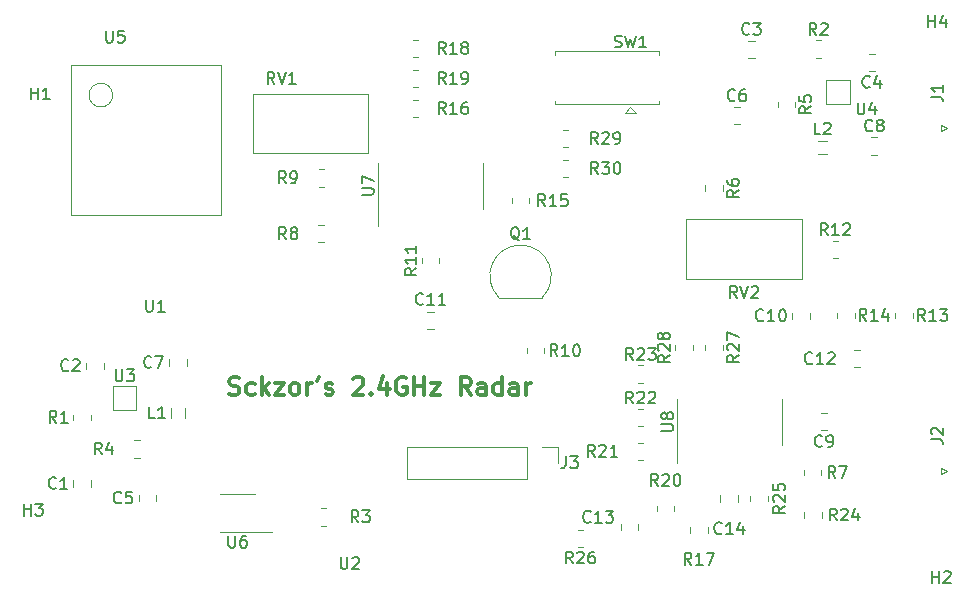
<source format=gbr>
%TF.GenerationSoftware,KiCad,Pcbnew,(6.0.7)*%
%TF.CreationDate,2022-08-18T15:59:35-04:00*%
%TF.ProjectId,RadarProject,52616461-7250-4726-9f6a-6563742e6b69,rev?*%
%TF.SameCoordinates,Original*%
%TF.FileFunction,Legend,Top*%
%TF.FilePolarity,Positive*%
%FSLAX46Y46*%
G04 Gerber Fmt 4.6, Leading zero omitted, Abs format (unit mm)*
G04 Created by KiCad (PCBNEW (6.0.7)) date 2022-08-18 15:59:35*
%MOMM*%
%LPD*%
G01*
G04 APERTURE LIST*
%ADD10C,0.300000*%
%ADD11C,0.150000*%
%ADD12C,0.120000*%
G04 APERTURE END LIST*
D10*
X38065714Y-52497142D02*
X38280000Y-52568571D01*
X38637142Y-52568571D01*
X38780000Y-52497142D01*
X38851428Y-52425714D01*
X38922857Y-52282857D01*
X38922857Y-52140000D01*
X38851428Y-51997142D01*
X38780000Y-51925714D01*
X38637142Y-51854285D01*
X38351428Y-51782857D01*
X38208571Y-51711428D01*
X38137142Y-51640000D01*
X38065714Y-51497142D01*
X38065714Y-51354285D01*
X38137142Y-51211428D01*
X38208571Y-51140000D01*
X38351428Y-51068571D01*
X38708571Y-51068571D01*
X38922857Y-51140000D01*
X40208571Y-52497142D02*
X40065714Y-52568571D01*
X39780000Y-52568571D01*
X39637142Y-52497142D01*
X39565714Y-52425714D01*
X39494285Y-52282857D01*
X39494285Y-51854285D01*
X39565714Y-51711428D01*
X39637142Y-51640000D01*
X39780000Y-51568571D01*
X40065714Y-51568571D01*
X40208571Y-51640000D01*
X40851428Y-52568571D02*
X40851428Y-51068571D01*
X40994285Y-51997142D02*
X41422857Y-52568571D01*
X41422857Y-51568571D02*
X40851428Y-52140000D01*
X41922857Y-51568571D02*
X42708571Y-51568571D01*
X41922857Y-52568571D01*
X42708571Y-52568571D01*
X43494285Y-52568571D02*
X43351428Y-52497142D01*
X43280000Y-52425714D01*
X43208571Y-52282857D01*
X43208571Y-51854285D01*
X43280000Y-51711428D01*
X43351428Y-51640000D01*
X43494285Y-51568571D01*
X43708571Y-51568571D01*
X43851428Y-51640000D01*
X43922857Y-51711428D01*
X43994285Y-51854285D01*
X43994285Y-52282857D01*
X43922857Y-52425714D01*
X43851428Y-52497142D01*
X43708571Y-52568571D01*
X43494285Y-52568571D01*
X44637142Y-52568571D02*
X44637142Y-51568571D01*
X44637142Y-51854285D02*
X44708571Y-51711428D01*
X44780000Y-51640000D01*
X44922857Y-51568571D01*
X45065714Y-51568571D01*
X45637142Y-51068571D02*
X45494285Y-51354285D01*
X46208571Y-52497142D02*
X46351428Y-52568571D01*
X46637142Y-52568571D01*
X46780000Y-52497142D01*
X46851428Y-52354285D01*
X46851428Y-52282857D01*
X46780000Y-52140000D01*
X46637142Y-52068571D01*
X46422857Y-52068571D01*
X46280000Y-51997142D01*
X46208571Y-51854285D01*
X46208571Y-51782857D01*
X46280000Y-51640000D01*
X46422857Y-51568571D01*
X46637142Y-51568571D01*
X46780000Y-51640000D01*
X48565714Y-51211428D02*
X48637142Y-51140000D01*
X48780000Y-51068571D01*
X49137142Y-51068571D01*
X49280000Y-51140000D01*
X49351428Y-51211428D01*
X49422857Y-51354285D01*
X49422857Y-51497142D01*
X49351428Y-51711428D01*
X48494285Y-52568571D01*
X49422857Y-52568571D01*
X50065714Y-52425714D02*
X50137142Y-52497142D01*
X50065714Y-52568571D01*
X49994285Y-52497142D01*
X50065714Y-52425714D01*
X50065714Y-52568571D01*
X51422857Y-51568571D02*
X51422857Y-52568571D01*
X51065714Y-50997142D02*
X50708571Y-52068571D01*
X51637142Y-52068571D01*
X52994285Y-51140000D02*
X52851428Y-51068571D01*
X52637142Y-51068571D01*
X52422857Y-51140000D01*
X52280000Y-51282857D01*
X52208571Y-51425714D01*
X52137142Y-51711428D01*
X52137142Y-51925714D01*
X52208571Y-52211428D01*
X52280000Y-52354285D01*
X52422857Y-52497142D01*
X52637142Y-52568571D01*
X52780000Y-52568571D01*
X52994285Y-52497142D01*
X53065714Y-52425714D01*
X53065714Y-51925714D01*
X52780000Y-51925714D01*
X53708571Y-52568571D02*
X53708571Y-51068571D01*
X53708571Y-51782857D02*
X54565714Y-51782857D01*
X54565714Y-52568571D02*
X54565714Y-51068571D01*
X55137142Y-51568571D02*
X55922857Y-51568571D01*
X55137142Y-52568571D01*
X55922857Y-52568571D01*
X58494285Y-52568571D02*
X57994285Y-51854285D01*
X57637142Y-52568571D02*
X57637142Y-51068571D01*
X58208571Y-51068571D01*
X58351428Y-51140000D01*
X58422857Y-51211428D01*
X58494285Y-51354285D01*
X58494285Y-51568571D01*
X58422857Y-51711428D01*
X58351428Y-51782857D01*
X58208571Y-51854285D01*
X57637142Y-51854285D01*
X59780000Y-52568571D02*
X59780000Y-51782857D01*
X59708571Y-51640000D01*
X59565714Y-51568571D01*
X59280000Y-51568571D01*
X59137142Y-51640000D01*
X59780000Y-52497142D02*
X59637142Y-52568571D01*
X59280000Y-52568571D01*
X59137142Y-52497142D01*
X59065714Y-52354285D01*
X59065714Y-52211428D01*
X59137142Y-52068571D01*
X59280000Y-51997142D01*
X59637142Y-51997142D01*
X59780000Y-51925714D01*
X61137142Y-52568571D02*
X61137142Y-51068571D01*
X61137142Y-52497142D02*
X60994285Y-52568571D01*
X60708571Y-52568571D01*
X60565714Y-52497142D01*
X60494285Y-52425714D01*
X60422857Y-52282857D01*
X60422857Y-51854285D01*
X60494285Y-51711428D01*
X60565714Y-51640000D01*
X60708571Y-51568571D01*
X60994285Y-51568571D01*
X61137142Y-51640000D01*
X62494285Y-52568571D02*
X62494285Y-51782857D01*
X62422857Y-51640000D01*
X62280000Y-51568571D01*
X61994285Y-51568571D01*
X61851428Y-51640000D01*
X62494285Y-52497142D02*
X62351428Y-52568571D01*
X61994285Y-52568571D01*
X61851428Y-52497142D01*
X61780000Y-52354285D01*
X61780000Y-52211428D01*
X61851428Y-52068571D01*
X61994285Y-51997142D01*
X62351428Y-51997142D01*
X62494285Y-51925714D01*
X63208571Y-52568571D02*
X63208571Y-51568571D01*
X63208571Y-51854285D02*
X63280000Y-51711428D01*
X63351428Y-51640000D01*
X63494285Y-51568571D01*
X63637142Y-51568571D01*
D11*
%TO.C,J3*%
X66566666Y-57772380D02*
X66566666Y-58486666D01*
X66519047Y-58629523D01*
X66423809Y-58724761D01*
X66280952Y-58772380D01*
X66185714Y-58772380D01*
X66947619Y-57772380D02*
X67566666Y-57772380D01*
X67233333Y-58153333D01*
X67376190Y-58153333D01*
X67471428Y-58200952D01*
X67519047Y-58248571D01*
X67566666Y-58343809D01*
X67566666Y-58581904D01*
X67519047Y-58677142D01*
X67471428Y-58724761D01*
X67376190Y-58772380D01*
X67090476Y-58772380D01*
X66995238Y-58724761D01*
X66947619Y-58677142D01*
%TO.C,SW1*%
X70696666Y-23104761D02*
X70839523Y-23152380D01*
X71077619Y-23152380D01*
X71172857Y-23104761D01*
X71220476Y-23057142D01*
X71268095Y-22961904D01*
X71268095Y-22866666D01*
X71220476Y-22771428D01*
X71172857Y-22723809D01*
X71077619Y-22676190D01*
X70887142Y-22628571D01*
X70791904Y-22580952D01*
X70744285Y-22533333D01*
X70696666Y-22438095D01*
X70696666Y-22342857D01*
X70744285Y-22247619D01*
X70791904Y-22200000D01*
X70887142Y-22152380D01*
X71125238Y-22152380D01*
X71268095Y-22200000D01*
X71601428Y-22152380D02*
X71839523Y-23152380D01*
X72030000Y-22438095D01*
X72220476Y-23152380D01*
X72458571Y-22152380D01*
X73363333Y-23152380D02*
X72791904Y-23152380D01*
X73077619Y-23152380D02*
X73077619Y-22152380D01*
X72982380Y-22295238D01*
X72887142Y-22390476D01*
X72791904Y-22438095D01*
%TO.C,H4*%
X97228095Y-21422380D02*
X97228095Y-20422380D01*
X97228095Y-20898571D02*
X97799523Y-20898571D01*
X97799523Y-21422380D02*
X97799523Y-20422380D01*
X98704285Y-20755714D02*
X98704285Y-21422380D01*
X98466190Y-20374761D02*
X98228095Y-21089047D01*
X98847142Y-21089047D01*
%TO.C,H3*%
X20688095Y-62782380D02*
X20688095Y-61782380D01*
X20688095Y-62258571D02*
X21259523Y-62258571D01*
X21259523Y-62782380D02*
X21259523Y-61782380D01*
X21640476Y-61782380D02*
X22259523Y-61782380D01*
X21926190Y-62163333D01*
X22069047Y-62163333D01*
X22164285Y-62210952D01*
X22211904Y-62258571D01*
X22259523Y-62353809D01*
X22259523Y-62591904D01*
X22211904Y-62687142D01*
X22164285Y-62734761D01*
X22069047Y-62782380D01*
X21783333Y-62782380D01*
X21688095Y-62734761D01*
X21640476Y-62687142D01*
%TO.C,H2*%
X97558095Y-68482380D02*
X97558095Y-67482380D01*
X97558095Y-67958571D02*
X98129523Y-67958571D01*
X98129523Y-68482380D02*
X98129523Y-67482380D01*
X98558095Y-67577619D02*
X98605714Y-67530000D01*
X98700952Y-67482380D01*
X98939047Y-67482380D01*
X99034285Y-67530000D01*
X99081904Y-67577619D01*
X99129523Y-67672857D01*
X99129523Y-67768095D01*
X99081904Y-67910952D01*
X98510476Y-68482380D01*
X99129523Y-68482380D01*
%TO.C,H1*%
X21298095Y-27542380D02*
X21298095Y-26542380D01*
X21298095Y-27018571D02*
X21869523Y-27018571D01*
X21869523Y-27542380D02*
X21869523Y-26542380D01*
X22869523Y-27542380D02*
X22298095Y-27542380D01*
X22583809Y-27542380D02*
X22583809Y-26542380D01*
X22488571Y-26685238D01*
X22393333Y-26780476D01*
X22298095Y-26828095D01*
%TO.C,R16*%
X56377142Y-28769880D02*
X56043809Y-28293690D01*
X55805714Y-28769880D02*
X55805714Y-27769880D01*
X56186666Y-27769880D01*
X56281904Y-27817500D01*
X56329523Y-27865119D01*
X56377142Y-27960357D01*
X56377142Y-28103214D01*
X56329523Y-28198452D01*
X56281904Y-28246071D01*
X56186666Y-28293690D01*
X55805714Y-28293690D01*
X57329523Y-28769880D02*
X56758095Y-28769880D01*
X57043809Y-28769880D02*
X57043809Y-27769880D01*
X56948571Y-27912738D01*
X56853333Y-28007976D01*
X56758095Y-28055595D01*
X58186666Y-27769880D02*
X57996190Y-27769880D01*
X57900952Y-27817500D01*
X57853333Y-27865119D01*
X57758095Y-28007976D01*
X57710476Y-28198452D01*
X57710476Y-28579404D01*
X57758095Y-28674642D01*
X57805714Y-28722261D01*
X57900952Y-28769880D01*
X58091428Y-28769880D01*
X58186666Y-28722261D01*
X58234285Y-28674642D01*
X58281904Y-28579404D01*
X58281904Y-28341309D01*
X58234285Y-28246071D01*
X58186666Y-28198452D01*
X58091428Y-28150833D01*
X57900952Y-28150833D01*
X57805714Y-28198452D01*
X57758095Y-28246071D01*
X57710476Y-28341309D01*
%TO.C,RV1*%
X41884761Y-26229880D02*
X41551428Y-25753690D01*
X41313333Y-26229880D02*
X41313333Y-25229880D01*
X41694285Y-25229880D01*
X41789523Y-25277500D01*
X41837142Y-25325119D01*
X41884761Y-25420357D01*
X41884761Y-25563214D01*
X41837142Y-25658452D01*
X41789523Y-25706071D01*
X41694285Y-25753690D01*
X41313333Y-25753690D01*
X42170476Y-25229880D02*
X42503809Y-26229880D01*
X42837142Y-25229880D01*
X43694285Y-26229880D02*
X43122857Y-26229880D01*
X43408571Y-26229880D02*
X43408571Y-25229880D01*
X43313333Y-25372738D01*
X43218095Y-25467976D01*
X43122857Y-25515595D01*
%TO.C,U6*%
X37988095Y-64492380D02*
X37988095Y-65301904D01*
X38035714Y-65397142D01*
X38083333Y-65444761D01*
X38178571Y-65492380D01*
X38369047Y-65492380D01*
X38464285Y-65444761D01*
X38511904Y-65397142D01*
X38559523Y-65301904D01*
X38559523Y-64492380D01*
X39464285Y-64492380D02*
X39273809Y-64492380D01*
X39178571Y-64540000D01*
X39130952Y-64587619D01*
X39035714Y-64730476D01*
X38988095Y-64920952D01*
X38988095Y-65301904D01*
X39035714Y-65397142D01*
X39083333Y-65444761D01*
X39178571Y-65492380D01*
X39369047Y-65492380D01*
X39464285Y-65444761D01*
X39511904Y-65397142D01*
X39559523Y-65301904D01*
X39559523Y-65063809D01*
X39511904Y-64968571D01*
X39464285Y-64920952D01*
X39369047Y-64873333D01*
X39178571Y-64873333D01*
X39083333Y-64920952D01*
X39035714Y-64968571D01*
X38988095Y-65063809D01*
%TO.C,U8*%
X74652380Y-55629404D02*
X75461904Y-55629404D01*
X75557142Y-55581785D01*
X75604761Y-55534166D01*
X75652380Y-55438928D01*
X75652380Y-55248452D01*
X75604761Y-55153214D01*
X75557142Y-55105595D01*
X75461904Y-55057976D01*
X74652380Y-55057976D01*
X75080952Y-54438928D02*
X75033333Y-54534166D01*
X74985714Y-54581785D01*
X74890476Y-54629404D01*
X74842857Y-54629404D01*
X74747619Y-54581785D01*
X74700000Y-54534166D01*
X74652380Y-54438928D01*
X74652380Y-54248452D01*
X74700000Y-54153214D01*
X74747619Y-54105595D01*
X74842857Y-54057976D01*
X74890476Y-54057976D01*
X74985714Y-54105595D01*
X75033333Y-54153214D01*
X75080952Y-54248452D01*
X75080952Y-54438928D01*
X75128571Y-54534166D01*
X75176190Y-54581785D01*
X75271428Y-54629404D01*
X75461904Y-54629404D01*
X75557142Y-54581785D01*
X75604761Y-54534166D01*
X75652380Y-54438928D01*
X75652380Y-54248452D01*
X75604761Y-54153214D01*
X75557142Y-54105595D01*
X75461904Y-54057976D01*
X75271428Y-54057976D01*
X75176190Y-54105595D01*
X75128571Y-54153214D01*
X75080952Y-54248452D01*
%TO.C,R9*%
X42843333Y-34652380D02*
X42510000Y-34176190D01*
X42271904Y-34652380D02*
X42271904Y-33652380D01*
X42652857Y-33652380D01*
X42748095Y-33700000D01*
X42795714Y-33747619D01*
X42843333Y-33842857D01*
X42843333Y-33985714D01*
X42795714Y-34080952D01*
X42748095Y-34128571D01*
X42652857Y-34176190D01*
X42271904Y-34176190D01*
X43319523Y-34652380D02*
X43510000Y-34652380D01*
X43605238Y-34604761D01*
X43652857Y-34557142D01*
X43748095Y-34414285D01*
X43795714Y-34223809D01*
X43795714Y-33842857D01*
X43748095Y-33747619D01*
X43700476Y-33700000D01*
X43605238Y-33652380D01*
X43414761Y-33652380D01*
X43319523Y-33700000D01*
X43271904Y-33747619D01*
X43224285Y-33842857D01*
X43224285Y-34080952D01*
X43271904Y-34176190D01*
X43319523Y-34223809D01*
X43414761Y-34271428D01*
X43605238Y-34271428D01*
X43700476Y-34223809D01*
X43748095Y-34176190D01*
X43795714Y-34080952D01*
%TO.C,C4*%
X92283333Y-26467142D02*
X92235714Y-26514761D01*
X92092857Y-26562380D01*
X91997619Y-26562380D01*
X91854761Y-26514761D01*
X91759523Y-26419523D01*
X91711904Y-26324285D01*
X91664285Y-26133809D01*
X91664285Y-25990952D01*
X91711904Y-25800476D01*
X91759523Y-25705238D01*
X91854761Y-25610000D01*
X91997619Y-25562380D01*
X92092857Y-25562380D01*
X92235714Y-25610000D01*
X92283333Y-25657619D01*
X93140476Y-25895714D02*
X93140476Y-26562380D01*
X92902380Y-25514761D02*
X92664285Y-26229047D01*
X93283333Y-26229047D01*
%TO.C,R26*%
X67137142Y-66839880D02*
X66803809Y-66363690D01*
X66565714Y-66839880D02*
X66565714Y-65839880D01*
X66946666Y-65839880D01*
X67041904Y-65887500D01*
X67089523Y-65935119D01*
X67137142Y-66030357D01*
X67137142Y-66173214D01*
X67089523Y-66268452D01*
X67041904Y-66316071D01*
X66946666Y-66363690D01*
X66565714Y-66363690D01*
X67518095Y-65935119D02*
X67565714Y-65887500D01*
X67660952Y-65839880D01*
X67899047Y-65839880D01*
X67994285Y-65887500D01*
X68041904Y-65935119D01*
X68089523Y-66030357D01*
X68089523Y-66125595D01*
X68041904Y-66268452D01*
X67470476Y-66839880D01*
X68089523Y-66839880D01*
X68946666Y-65839880D02*
X68756190Y-65839880D01*
X68660952Y-65887500D01*
X68613333Y-65935119D01*
X68518095Y-66077976D01*
X68470476Y-66268452D01*
X68470476Y-66649404D01*
X68518095Y-66744642D01*
X68565714Y-66792261D01*
X68660952Y-66839880D01*
X68851428Y-66839880D01*
X68946666Y-66792261D01*
X68994285Y-66744642D01*
X69041904Y-66649404D01*
X69041904Y-66411309D01*
X68994285Y-66316071D01*
X68946666Y-66268452D01*
X68851428Y-66220833D01*
X68660952Y-66220833D01*
X68565714Y-66268452D01*
X68518095Y-66316071D01*
X68470476Y-66411309D01*
%TO.C,R29*%
X69257142Y-31312380D02*
X68923809Y-30836190D01*
X68685714Y-31312380D02*
X68685714Y-30312380D01*
X69066666Y-30312380D01*
X69161904Y-30360000D01*
X69209523Y-30407619D01*
X69257142Y-30502857D01*
X69257142Y-30645714D01*
X69209523Y-30740952D01*
X69161904Y-30788571D01*
X69066666Y-30836190D01*
X68685714Y-30836190D01*
X69638095Y-30407619D02*
X69685714Y-30360000D01*
X69780952Y-30312380D01*
X70019047Y-30312380D01*
X70114285Y-30360000D01*
X70161904Y-30407619D01*
X70209523Y-30502857D01*
X70209523Y-30598095D01*
X70161904Y-30740952D01*
X69590476Y-31312380D01*
X70209523Y-31312380D01*
X70685714Y-31312380D02*
X70876190Y-31312380D01*
X70971428Y-31264761D01*
X71019047Y-31217142D01*
X71114285Y-31074285D01*
X71161904Y-30883809D01*
X71161904Y-30502857D01*
X71114285Y-30407619D01*
X71066666Y-30360000D01*
X70971428Y-30312380D01*
X70780952Y-30312380D01*
X70685714Y-30360000D01*
X70638095Y-30407619D01*
X70590476Y-30502857D01*
X70590476Y-30740952D01*
X70638095Y-30836190D01*
X70685714Y-30883809D01*
X70780952Y-30931428D01*
X70971428Y-30931428D01*
X71066666Y-30883809D01*
X71114285Y-30836190D01*
X71161904Y-30740952D01*
%TO.C,C2*%
X24433333Y-50457142D02*
X24385714Y-50504761D01*
X24242857Y-50552380D01*
X24147619Y-50552380D01*
X24004761Y-50504761D01*
X23909523Y-50409523D01*
X23861904Y-50314285D01*
X23814285Y-50123809D01*
X23814285Y-49980952D01*
X23861904Y-49790476D01*
X23909523Y-49695238D01*
X24004761Y-49600000D01*
X24147619Y-49552380D01*
X24242857Y-49552380D01*
X24385714Y-49600000D01*
X24433333Y-49647619D01*
X24814285Y-49647619D02*
X24861904Y-49600000D01*
X24957142Y-49552380D01*
X25195238Y-49552380D01*
X25290476Y-49600000D01*
X25338095Y-49647619D01*
X25385714Y-49742857D01*
X25385714Y-49838095D01*
X25338095Y-49980952D01*
X24766666Y-50552380D01*
X25385714Y-50552380D01*
%TO.C,R6*%
X81212380Y-35224166D02*
X80736190Y-35557500D01*
X81212380Y-35795595D02*
X80212380Y-35795595D01*
X80212380Y-35414642D01*
X80260000Y-35319404D01*
X80307619Y-35271785D01*
X80402857Y-35224166D01*
X80545714Y-35224166D01*
X80640952Y-35271785D01*
X80688571Y-35319404D01*
X80736190Y-35414642D01*
X80736190Y-35795595D01*
X80212380Y-34367023D02*
X80212380Y-34557500D01*
X80260000Y-34652738D01*
X80307619Y-34700357D01*
X80450476Y-34795595D01*
X80640952Y-34843214D01*
X81021904Y-34843214D01*
X81117142Y-34795595D01*
X81164761Y-34747976D01*
X81212380Y-34652738D01*
X81212380Y-34462261D01*
X81164761Y-34367023D01*
X81117142Y-34319404D01*
X81021904Y-34271785D01*
X80783809Y-34271785D01*
X80688571Y-34319404D01*
X80640952Y-34367023D01*
X80593333Y-34462261D01*
X80593333Y-34652738D01*
X80640952Y-34747976D01*
X80688571Y-34795595D01*
X80783809Y-34843214D01*
%TO.C,C9*%
X88243333Y-56864642D02*
X88195714Y-56912261D01*
X88052857Y-56959880D01*
X87957619Y-56959880D01*
X87814761Y-56912261D01*
X87719523Y-56817023D01*
X87671904Y-56721785D01*
X87624285Y-56531309D01*
X87624285Y-56388452D01*
X87671904Y-56197976D01*
X87719523Y-56102738D01*
X87814761Y-56007500D01*
X87957619Y-55959880D01*
X88052857Y-55959880D01*
X88195714Y-56007500D01*
X88243333Y-56055119D01*
X88719523Y-56959880D02*
X88910000Y-56959880D01*
X89005238Y-56912261D01*
X89052857Y-56864642D01*
X89148095Y-56721785D01*
X89195714Y-56531309D01*
X89195714Y-56150357D01*
X89148095Y-56055119D01*
X89100476Y-56007500D01*
X89005238Y-55959880D01*
X88814761Y-55959880D01*
X88719523Y-56007500D01*
X88671904Y-56055119D01*
X88624285Y-56150357D01*
X88624285Y-56388452D01*
X88671904Y-56483690D01*
X88719523Y-56531309D01*
X88814761Y-56578928D01*
X89005238Y-56578928D01*
X89100476Y-56531309D01*
X89148095Y-56483690D01*
X89195714Y-56388452D01*
%TO.C,R14*%
X91997142Y-46279880D02*
X91663809Y-45803690D01*
X91425714Y-46279880D02*
X91425714Y-45279880D01*
X91806666Y-45279880D01*
X91901904Y-45327500D01*
X91949523Y-45375119D01*
X91997142Y-45470357D01*
X91997142Y-45613214D01*
X91949523Y-45708452D01*
X91901904Y-45756071D01*
X91806666Y-45803690D01*
X91425714Y-45803690D01*
X92949523Y-46279880D02*
X92378095Y-46279880D01*
X92663809Y-46279880D02*
X92663809Y-45279880D01*
X92568571Y-45422738D01*
X92473333Y-45517976D01*
X92378095Y-45565595D01*
X93806666Y-45613214D02*
X93806666Y-46279880D01*
X93568571Y-45232261D02*
X93330476Y-45946547D01*
X93949523Y-45946547D01*
%TO.C,U2*%
X47478095Y-66292380D02*
X47478095Y-67101904D01*
X47525714Y-67197142D01*
X47573333Y-67244761D01*
X47668571Y-67292380D01*
X47859047Y-67292380D01*
X47954285Y-67244761D01*
X48001904Y-67197142D01*
X48049523Y-67101904D01*
X48049523Y-66292380D01*
X48478095Y-66387619D02*
X48525714Y-66340000D01*
X48620952Y-66292380D01*
X48859047Y-66292380D01*
X48954285Y-66340000D01*
X49001904Y-66387619D01*
X49049523Y-66482857D01*
X49049523Y-66578095D01*
X49001904Y-66720952D01*
X48430476Y-67292380D01*
X49049523Y-67292380D01*
%TO.C,U4*%
X91254345Y-27812380D02*
X91254345Y-28621904D01*
X91301964Y-28717142D01*
X91349583Y-28764761D01*
X91444821Y-28812380D01*
X91635297Y-28812380D01*
X91730535Y-28764761D01*
X91778154Y-28717142D01*
X91825773Y-28621904D01*
X91825773Y-27812380D01*
X92730535Y-28145714D02*
X92730535Y-28812380D01*
X92492440Y-27764761D02*
X92254345Y-28479047D01*
X92873392Y-28479047D01*
%TO.C,R13*%
X96957142Y-46299880D02*
X96623809Y-45823690D01*
X96385714Y-46299880D02*
X96385714Y-45299880D01*
X96766666Y-45299880D01*
X96861904Y-45347500D01*
X96909523Y-45395119D01*
X96957142Y-45490357D01*
X96957142Y-45633214D01*
X96909523Y-45728452D01*
X96861904Y-45776071D01*
X96766666Y-45823690D01*
X96385714Y-45823690D01*
X97909523Y-46299880D02*
X97338095Y-46299880D01*
X97623809Y-46299880D02*
X97623809Y-45299880D01*
X97528571Y-45442738D01*
X97433333Y-45537976D01*
X97338095Y-45585595D01*
X98242857Y-45299880D02*
X98861904Y-45299880D01*
X98528571Y-45680833D01*
X98671428Y-45680833D01*
X98766666Y-45728452D01*
X98814285Y-45776071D01*
X98861904Y-45871309D01*
X98861904Y-46109404D01*
X98814285Y-46204642D01*
X98766666Y-46252261D01*
X98671428Y-46299880D01*
X98385714Y-46299880D01*
X98290476Y-46252261D01*
X98242857Y-46204642D01*
%TO.C,U7*%
X49272380Y-35621904D02*
X50081904Y-35621904D01*
X50177142Y-35574285D01*
X50224761Y-35526666D01*
X50272380Y-35431428D01*
X50272380Y-35240952D01*
X50224761Y-35145714D01*
X50177142Y-35098095D01*
X50081904Y-35050476D01*
X49272380Y-35050476D01*
X49272380Y-34669523D02*
X49272380Y-34002857D01*
X50272380Y-34431428D01*
%TO.C,C14*%
X79747142Y-64257142D02*
X79699523Y-64304761D01*
X79556666Y-64352380D01*
X79461428Y-64352380D01*
X79318571Y-64304761D01*
X79223333Y-64209523D01*
X79175714Y-64114285D01*
X79128095Y-63923809D01*
X79128095Y-63780952D01*
X79175714Y-63590476D01*
X79223333Y-63495238D01*
X79318571Y-63400000D01*
X79461428Y-63352380D01*
X79556666Y-63352380D01*
X79699523Y-63400000D01*
X79747142Y-63447619D01*
X80699523Y-64352380D02*
X80128095Y-64352380D01*
X80413809Y-64352380D02*
X80413809Y-63352380D01*
X80318571Y-63495238D01*
X80223333Y-63590476D01*
X80128095Y-63638095D01*
X81556666Y-63685714D02*
X81556666Y-64352380D01*
X81318571Y-63304761D02*
X81080476Y-64019047D01*
X81699523Y-64019047D01*
%TO.C,J2*%
X97492380Y-56333333D02*
X98206666Y-56333333D01*
X98349523Y-56380952D01*
X98444761Y-56476190D01*
X98492380Y-56619047D01*
X98492380Y-56714285D01*
X97587619Y-55904761D02*
X97540000Y-55857142D01*
X97492380Y-55761904D01*
X97492380Y-55523809D01*
X97540000Y-55428571D01*
X97587619Y-55380952D01*
X97682857Y-55333333D01*
X97778095Y-55333333D01*
X97920952Y-55380952D01*
X98492380Y-55952380D01*
X98492380Y-55333333D01*
%TO.C,J1*%
X97492380Y-27333333D02*
X98206666Y-27333333D01*
X98349523Y-27380952D01*
X98444761Y-27476190D01*
X98492380Y-27619047D01*
X98492380Y-27714285D01*
X98492380Y-26333333D02*
X98492380Y-26904761D01*
X98492380Y-26619047D02*
X97492380Y-26619047D01*
X97635238Y-26714285D01*
X97730476Y-26809523D01*
X97778095Y-26904761D01*
%TO.C,R2*%
X87763333Y-22092380D02*
X87430000Y-21616190D01*
X87191904Y-22092380D02*
X87191904Y-21092380D01*
X87572857Y-21092380D01*
X87668095Y-21140000D01*
X87715714Y-21187619D01*
X87763333Y-21282857D01*
X87763333Y-21425714D01*
X87715714Y-21520952D01*
X87668095Y-21568571D01*
X87572857Y-21616190D01*
X87191904Y-21616190D01*
X88144285Y-21187619D02*
X88191904Y-21140000D01*
X88287142Y-21092380D01*
X88525238Y-21092380D01*
X88620476Y-21140000D01*
X88668095Y-21187619D01*
X88715714Y-21282857D01*
X88715714Y-21378095D01*
X88668095Y-21520952D01*
X88096666Y-22092380D01*
X88715714Y-22092380D01*
%TO.C,R12*%
X88717142Y-39049880D02*
X88383809Y-38573690D01*
X88145714Y-39049880D02*
X88145714Y-38049880D01*
X88526666Y-38049880D01*
X88621904Y-38097500D01*
X88669523Y-38145119D01*
X88717142Y-38240357D01*
X88717142Y-38383214D01*
X88669523Y-38478452D01*
X88621904Y-38526071D01*
X88526666Y-38573690D01*
X88145714Y-38573690D01*
X89669523Y-39049880D02*
X89098095Y-39049880D01*
X89383809Y-39049880D02*
X89383809Y-38049880D01*
X89288571Y-38192738D01*
X89193333Y-38287976D01*
X89098095Y-38335595D01*
X90050476Y-38145119D02*
X90098095Y-38097500D01*
X90193333Y-38049880D01*
X90431428Y-38049880D01*
X90526666Y-38097500D01*
X90574285Y-38145119D01*
X90621904Y-38240357D01*
X90621904Y-38335595D01*
X90574285Y-38478452D01*
X90002857Y-39049880D01*
X90621904Y-39049880D01*
%TO.C,R24*%
X89487142Y-63202380D02*
X89153809Y-62726190D01*
X88915714Y-63202380D02*
X88915714Y-62202380D01*
X89296666Y-62202380D01*
X89391904Y-62250000D01*
X89439523Y-62297619D01*
X89487142Y-62392857D01*
X89487142Y-62535714D01*
X89439523Y-62630952D01*
X89391904Y-62678571D01*
X89296666Y-62726190D01*
X88915714Y-62726190D01*
X89868095Y-62297619D02*
X89915714Y-62250000D01*
X90010952Y-62202380D01*
X90249047Y-62202380D01*
X90344285Y-62250000D01*
X90391904Y-62297619D01*
X90439523Y-62392857D01*
X90439523Y-62488095D01*
X90391904Y-62630952D01*
X89820476Y-63202380D01*
X90439523Y-63202380D01*
X91296666Y-62535714D02*
X91296666Y-63202380D01*
X91058571Y-62154761D02*
X90820476Y-62869047D01*
X91439523Y-62869047D01*
%TO.C,R4*%
X27243333Y-57602380D02*
X26910000Y-57126190D01*
X26671904Y-57602380D02*
X26671904Y-56602380D01*
X27052857Y-56602380D01*
X27148095Y-56650000D01*
X27195714Y-56697619D01*
X27243333Y-56792857D01*
X27243333Y-56935714D01*
X27195714Y-57030952D01*
X27148095Y-57078571D01*
X27052857Y-57126190D01*
X26671904Y-57126190D01*
X28100476Y-56935714D02*
X28100476Y-57602380D01*
X27862380Y-56554761D02*
X27624285Y-57269047D01*
X28243333Y-57269047D01*
%TO.C,C6*%
X80863333Y-27597142D02*
X80815714Y-27644761D01*
X80672857Y-27692380D01*
X80577619Y-27692380D01*
X80434761Y-27644761D01*
X80339523Y-27549523D01*
X80291904Y-27454285D01*
X80244285Y-27263809D01*
X80244285Y-27120952D01*
X80291904Y-26930476D01*
X80339523Y-26835238D01*
X80434761Y-26740000D01*
X80577619Y-26692380D01*
X80672857Y-26692380D01*
X80815714Y-26740000D01*
X80863333Y-26787619D01*
X81720476Y-26692380D02*
X81530000Y-26692380D01*
X81434761Y-26740000D01*
X81387142Y-26787619D01*
X81291904Y-26930476D01*
X81244285Y-27120952D01*
X81244285Y-27501904D01*
X81291904Y-27597142D01*
X81339523Y-27644761D01*
X81434761Y-27692380D01*
X81625238Y-27692380D01*
X81720476Y-27644761D01*
X81768095Y-27597142D01*
X81815714Y-27501904D01*
X81815714Y-27263809D01*
X81768095Y-27168571D01*
X81720476Y-27120952D01*
X81625238Y-27073333D01*
X81434761Y-27073333D01*
X81339523Y-27120952D01*
X81291904Y-27168571D01*
X81244285Y-27263809D01*
%TO.C,C12*%
X87417142Y-49867142D02*
X87369523Y-49914761D01*
X87226666Y-49962380D01*
X87131428Y-49962380D01*
X86988571Y-49914761D01*
X86893333Y-49819523D01*
X86845714Y-49724285D01*
X86798095Y-49533809D01*
X86798095Y-49390952D01*
X86845714Y-49200476D01*
X86893333Y-49105238D01*
X86988571Y-49010000D01*
X87131428Y-48962380D01*
X87226666Y-48962380D01*
X87369523Y-49010000D01*
X87417142Y-49057619D01*
X88369523Y-49962380D02*
X87798095Y-49962380D01*
X88083809Y-49962380D02*
X88083809Y-48962380D01*
X87988571Y-49105238D01*
X87893333Y-49200476D01*
X87798095Y-49248095D01*
X88750476Y-49057619D02*
X88798095Y-49010000D01*
X88893333Y-48962380D01*
X89131428Y-48962380D01*
X89226666Y-49010000D01*
X89274285Y-49057619D01*
X89321904Y-49152857D01*
X89321904Y-49248095D01*
X89274285Y-49390952D01*
X88702857Y-49962380D01*
X89321904Y-49962380D01*
%TO.C,R15*%
X64797142Y-36582380D02*
X64463809Y-36106190D01*
X64225714Y-36582380D02*
X64225714Y-35582380D01*
X64606666Y-35582380D01*
X64701904Y-35630000D01*
X64749523Y-35677619D01*
X64797142Y-35772857D01*
X64797142Y-35915714D01*
X64749523Y-36010952D01*
X64701904Y-36058571D01*
X64606666Y-36106190D01*
X64225714Y-36106190D01*
X65749523Y-36582380D02*
X65178095Y-36582380D01*
X65463809Y-36582380D02*
X65463809Y-35582380D01*
X65368571Y-35725238D01*
X65273333Y-35820476D01*
X65178095Y-35868095D01*
X66654285Y-35582380D02*
X66178095Y-35582380D01*
X66130476Y-36058571D01*
X66178095Y-36010952D01*
X66273333Y-35963333D01*
X66511428Y-35963333D01*
X66606666Y-36010952D01*
X66654285Y-36058571D01*
X66701904Y-36153809D01*
X66701904Y-36391904D01*
X66654285Y-36487142D01*
X66606666Y-36534761D01*
X66511428Y-36582380D01*
X66273333Y-36582380D01*
X66178095Y-36534761D01*
X66130476Y-36487142D01*
%TO.C,R30*%
X69277142Y-33852380D02*
X68943809Y-33376190D01*
X68705714Y-33852380D02*
X68705714Y-32852380D01*
X69086666Y-32852380D01*
X69181904Y-32900000D01*
X69229523Y-32947619D01*
X69277142Y-33042857D01*
X69277142Y-33185714D01*
X69229523Y-33280952D01*
X69181904Y-33328571D01*
X69086666Y-33376190D01*
X68705714Y-33376190D01*
X69610476Y-32852380D02*
X70229523Y-32852380D01*
X69896190Y-33233333D01*
X70039047Y-33233333D01*
X70134285Y-33280952D01*
X70181904Y-33328571D01*
X70229523Y-33423809D01*
X70229523Y-33661904D01*
X70181904Y-33757142D01*
X70134285Y-33804761D01*
X70039047Y-33852380D01*
X69753333Y-33852380D01*
X69658095Y-33804761D01*
X69610476Y-33757142D01*
X70848571Y-32852380D02*
X70943809Y-32852380D01*
X71039047Y-32900000D01*
X71086666Y-32947619D01*
X71134285Y-33042857D01*
X71181904Y-33233333D01*
X71181904Y-33471428D01*
X71134285Y-33661904D01*
X71086666Y-33757142D01*
X71039047Y-33804761D01*
X70943809Y-33852380D01*
X70848571Y-33852380D01*
X70753333Y-33804761D01*
X70705714Y-33757142D01*
X70658095Y-33661904D01*
X70610476Y-33471428D01*
X70610476Y-33233333D01*
X70658095Y-33042857D01*
X70705714Y-32947619D01*
X70753333Y-32900000D01*
X70848571Y-32852380D01*
%TO.C,C7*%
X31473333Y-50177142D02*
X31425714Y-50224761D01*
X31282857Y-50272380D01*
X31187619Y-50272380D01*
X31044761Y-50224761D01*
X30949523Y-50129523D01*
X30901904Y-50034285D01*
X30854285Y-49843809D01*
X30854285Y-49700952D01*
X30901904Y-49510476D01*
X30949523Y-49415238D01*
X31044761Y-49320000D01*
X31187619Y-49272380D01*
X31282857Y-49272380D01*
X31425714Y-49320000D01*
X31473333Y-49367619D01*
X31806666Y-49272380D02*
X32473333Y-49272380D01*
X32044761Y-50272380D01*
%TO.C,R17*%
X77187142Y-66932380D02*
X76853809Y-66456190D01*
X76615714Y-66932380D02*
X76615714Y-65932380D01*
X76996666Y-65932380D01*
X77091904Y-65980000D01*
X77139523Y-66027619D01*
X77187142Y-66122857D01*
X77187142Y-66265714D01*
X77139523Y-66360952D01*
X77091904Y-66408571D01*
X76996666Y-66456190D01*
X76615714Y-66456190D01*
X78139523Y-66932380D02*
X77568095Y-66932380D01*
X77853809Y-66932380D02*
X77853809Y-65932380D01*
X77758571Y-66075238D01*
X77663333Y-66170476D01*
X77568095Y-66218095D01*
X78472857Y-65932380D02*
X79139523Y-65932380D01*
X78710952Y-66932380D01*
%TO.C,R20*%
X74347142Y-60272380D02*
X74013809Y-59796190D01*
X73775714Y-60272380D02*
X73775714Y-59272380D01*
X74156666Y-59272380D01*
X74251904Y-59320000D01*
X74299523Y-59367619D01*
X74347142Y-59462857D01*
X74347142Y-59605714D01*
X74299523Y-59700952D01*
X74251904Y-59748571D01*
X74156666Y-59796190D01*
X73775714Y-59796190D01*
X74728095Y-59367619D02*
X74775714Y-59320000D01*
X74870952Y-59272380D01*
X75109047Y-59272380D01*
X75204285Y-59320000D01*
X75251904Y-59367619D01*
X75299523Y-59462857D01*
X75299523Y-59558095D01*
X75251904Y-59700952D01*
X74680476Y-60272380D01*
X75299523Y-60272380D01*
X75918571Y-59272380D02*
X76013809Y-59272380D01*
X76109047Y-59320000D01*
X76156666Y-59367619D01*
X76204285Y-59462857D01*
X76251904Y-59653333D01*
X76251904Y-59891428D01*
X76204285Y-60081904D01*
X76156666Y-60177142D01*
X76109047Y-60224761D01*
X76013809Y-60272380D01*
X75918571Y-60272380D01*
X75823333Y-60224761D01*
X75775714Y-60177142D01*
X75728095Y-60081904D01*
X75680476Y-59891428D01*
X75680476Y-59653333D01*
X75728095Y-59462857D01*
X75775714Y-59367619D01*
X75823333Y-59320000D01*
X75918571Y-59272380D01*
%TO.C,R22*%
X72227142Y-53289880D02*
X71893809Y-52813690D01*
X71655714Y-53289880D02*
X71655714Y-52289880D01*
X72036666Y-52289880D01*
X72131904Y-52337500D01*
X72179523Y-52385119D01*
X72227142Y-52480357D01*
X72227142Y-52623214D01*
X72179523Y-52718452D01*
X72131904Y-52766071D01*
X72036666Y-52813690D01*
X71655714Y-52813690D01*
X72608095Y-52385119D02*
X72655714Y-52337500D01*
X72750952Y-52289880D01*
X72989047Y-52289880D01*
X73084285Y-52337500D01*
X73131904Y-52385119D01*
X73179523Y-52480357D01*
X73179523Y-52575595D01*
X73131904Y-52718452D01*
X72560476Y-53289880D01*
X73179523Y-53289880D01*
X73560476Y-52385119D02*
X73608095Y-52337500D01*
X73703333Y-52289880D01*
X73941428Y-52289880D01*
X74036666Y-52337500D01*
X74084285Y-52385119D01*
X74131904Y-52480357D01*
X74131904Y-52575595D01*
X74084285Y-52718452D01*
X73512857Y-53289880D01*
X74131904Y-53289880D01*
%TO.C,Q1*%
X62624761Y-39467619D02*
X62529523Y-39420000D01*
X62434285Y-39324761D01*
X62291428Y-39181904D01*
X62196190Y-39134285D01*
X62100952Y-39134285D01*
X62148571Y-39372380D02*
X62053333Y-39324761D01*
X61958095Y-39229523D01*
X61910476Y-39039047D01*
X61910476Y-38705714D01*
X61958095Y-38515238D01*
X62053333Y-38420000D01*
X62148571Y-38372380D01*
X62339047Y-38372380D01*
X62434285Y-38420000D01*
X62529523Y-38515238D01*
X62577142Y-38705714D01*
X62577142Y-39039047D01*
X62529523Y-39229523D01*
X62434285Y-39324761D01*
X62339047Y-39372380D01*
X62148571Y-39372380D01*
X63529523Y-39372380D02*
X62958095Y-39372380D01*
X63243809Y-39372380D02*
X63243809Y-38372380D01*
X63148571Y-38515238D01*
X63053333Y-38610476D01*
X62958095Y-38658095D01*
%TO.C,R8*%
X42863333Y-39382380D02*
X42530000Y-38906190D01*
X42291904Y-39382380D02*
X42291904Y-38382380D01*
X42672857Y-38382380D01*
X42768095Y-38430000D01*
X42815714Y-38477619D01*
X42863333Y-38572857D01*
X42863333Y-38715714D01*
X42815714Y-38810952D01*
X42768095Y-38858571D01*
X42672857Y-38906190D01*
X42291904Y-38906190D01*
X43434761Y-38810952D02*
X43339523Y-38763333D01*
X43291904Y-38715714D01*
X43244285Y-38620476D01*
X43244285Y-38572857D01*
X43291904Y-38477619D01*
X43339523Y-38430000D01*
X43434761Y-38382380D01*
X43625238Y-38382380D01*
X43720476Y-38430000D01*
X43768095Y-38477619D01*
X43815714Y-38572857D01*
X43815714Y-38620476D01*
X43768095Y-38715714D01*
X43720476Y-38763333D01*
X43625238Y-38810952D01*
X43434761Y-38810952D01*
X43339523Y-38858571D01*
X43291904Y-38906190D01*
X43244285Y-39001428D01*
X43244285Y-39191904D01*
X43291904Y-39287142D01*
X43339523Y-39334761D01*
X43434761Y-39382380D01*
X43625238Y-39382380D01*
X43720476Y-39334761D01*
X43768095Y-39287142D01*
X43815714Y-39191904D01*
X43815714Y-39001428D01*
X43768095Y-38906190D01*
X43720476Y-38858571D01*
X43625238Y-38810952D01*
%TO.C,R19*%
X56377142Y-26232380D02*
X56043809Y-25756190D01*
X55805714Y-26232380D02*
X55805714Y-25232380D01*
X56186666Y-25232380D01*
X56281904Y-25280000D01*
X56329523Y-25327619D01*
X56377142Y-25422857D01*
X56377142Y-25565714D01*
X56329523Y-25660952D01*
X56281904Y-25708571D01*
X56186666Y-25756190D01*
X55805714Y-25756190D01*
X57329523Y-26232380D02*
X56758095Y-26232380D01*
X57043809Y-26232380D02*
X57043809Y-25232380D01*
X56948571Y-25375238D01*
X56853333Y-25470476D01*
X56758095Y-25518095D01*
X57805714Y-26232380D02*
X57996190Y-26232380D01*
X58091428Y-26184761D01*
X58139047Y-26137142D01*
X58234285Y-25994285D01*
X58281904Y-25803809D01*
X58281904Y-25422857D01*
X58234285Y-25327619D01*
X58186666Y-25280000D01*
X58091428Y-25232380D01*
X57900952Y-25232380D01*
X57805714Y-25280000D01*
X57758095Y-25327619D01*
X57710476Y-25422857D01*
X57710476Y-25660952D01*
X57758095Y-25756190D01*
X57805714Y-25803809D01*
X57900952Y-25851428D01*
X58091428Y-25851428D01*
X58186666Y-25803809D01*
X58234285Y-25756190D01*
X58281904Y-25660952D01*
%TO.C,R7*%
X89383333Y-59612380D02*
X89050000Y-59136190D01*
X88811904Y-59612380D02*
X88811904Y-58612380D01*
X89192857Y-58612380D01*
X89288095Y-58660000D01*
X89335714Y-58707619D01*
X89383333Y-58802857D01*
X89383333Y-58945714D01*
X89335714Y-59040952D01*
X89288095Y-59088571D01*
X89192857Y-59136190D01*
X88811904Y-59136190D01*
X89716666Y-58612380D02*
X90383333Y-58612380D01*
X89954761Y-59612380D01*
%TO.C,L2*%
X88113333Y-30512380D02*
X87637142Y-30512380D01*
X87637142Y-29512380D01*
X88399047Y-29607619D02*
X88446666Y-29560000D01*
X88541904Y-29512380D01*
X88780000Y-29512380D01*
X88875238Y-29560000D01*
X88922857Y-29607619D01*
X88970476Y-29702857D01*
X88970476Y-29798095D01*
X88922857Y-29940952D01*
X88351428Y-30512380D01*
X88970476Y-30512380D01*
%TO.C,C3*%
X82103333Y-21977142D02*
X82055714Y-22024761D01*
X81912857Y-22072380D01*
X81817619Y-22072380D01*
X81674761Y-22024761D01*
X81579523Y-21929523D01*
X81531904Y-21834285D01*
X81484285Y-21643809D01*
X81484285Y-21500952D01*
X81531904Y-21310476D01*
X81579523Y-21215238D01*
X81674761Y-21120000D01*
X81817619Y-21072380D01*
X81912857Y-21072380D01*
X82055714Y-21120000D01*
X82103333Y-21167619D01*
X82436666Y-21072380D02*
X83055714Y-21072380D01*
X82722380Y-21453333D01*
X82865238Y-21453333D01*
X82960476Y-21500952D01*
X83008095Y-21548571D01*
X83055714Y-21643809D01*
X83055714Y-21881904D01*
X83008095Y-21977142D01*
X82960476Y-22024761D01*
X82865238Y-22072380D01*
X82579523Y-22072380D01*
X82484285Y-22024761D01*
X82436666Y-21977142D01*
%TO.C,R18*%
X56377142Y-23689880D02*
X56043809Y-23213690D01*
X55805714Y-23689880D02*
X55805714Y-22689880D01*
X56186666Y-22689880D01*
X56281904Y-22737500D01*
X56329523Y-22785119D01*
X56377142Y-22880357D01*
X56377142Y-23023214D01*
X56329523Y-23118452D01*
X56281904Y-23166071D01*
X56186666Y-23213690D01*
X55805714Y-23213690D01*
X57329523Y-23689880D02*
X56758095Y-23689880D01*
X57043809Y-23689880D02*
X57043809Y-22689880D01*
X56948571Y-22832738D01*
X56853333Y-22927976D01*
X56758095Y-22975595D01*
X57900952Y-23118452D02*
X57805714Y-23070833D01*
X57758095Y-23023214D01*
X57710476Y-22927976D01*
X57710476Y-22880357D01*
X57758095Y-22785119D01*
X57805714Y-22737500D01*
X57900952Y-22689880D01*
X58091428Y-22689880D01*
X58186666Y-22737500D01*
X58234285Y-22785119D01*
X58281904Y-22880357D01*
X58281904Y-22927976D01*
X58234285Y-23023214D01*
X58186666Y-23070833D01*
X58091428Y-23118452D01*
X57900952Y-23118452D01*
X57805714Y-23166071D01*
X57758095Y-23213690D01*
X57710476Y-23308928D01*
X57710476Y-23499404D01*
X57758095Y-23594642D01*
X57805714Y-23642261D01*
X57900952Y-23689880D01*
X58091428Y-23689880D01*
X58186666Y-23642261D01*
X58234285Y-23594642D01*
X58281904Y-23499404D01*
X58281904Y-23308928D01*
X58234285Y-23213690D01*
X58186666Y-23166071D01*
X58091428Y-23118452D01*
%TO.C,R10*%
X65847142Y-49282380D02*
X65513809Y-48806190D01*
X65275714Y-49282380D02*
X65275714Y-48282380D01*
X65656666Y-48282380D01*
X65751904Y-48330000D01*
X65799523Y-48377619D01*
X65847142Y-48472857D01*
X65847142Y-48615714D01*
X65799523Y-48710952D01*
X65751904Y-48758571D01*
X65656666Y-48806190D01*
X65275714Y-48806190D01*
X66799523Y-49282380D02*
X66228095Y-49282380D01*
X66513809Y-49282380D02*
X66513809Y-48282380D01*
X66418571Y-48425238D01*
X66323333Y-48520476D01*
X66228095Y-48568095D01*
X67418571Y-48282380D02*
X67513809Y-48282380D01*
X67609047Y-48330000D01*
X67656666Y-48377619D01*
X67704285Y-48472857D01*
X67751904Y-48663333D01*
X67751904Y-48901428D01*
X67704285Y-49091904D01*
X67656666Y-49187142D01*
X67609047Y-49234761D01*
X67513809Y-49282380D01*
X67418571Y-49282380D01*
X67323333Y-49234761D01*
X67275714Y-49187142D01*
X67228095Y-49091904D01*
X67180476Y-48901428D01*
X67180476Y-48663333D01*
X67228095Y-48472857D01*
X67275714Y-48377619D01*
X67323333Y-48330000D01*
X67418571Y-48282380D01*
%TO.C,R1*%
X23413333Y-54922380D02*
X23080000Y-54446190D01*
X22841904Y-54922380D02*
X22841904Y-53922380D01*
X23222857Y-53922380D01*
X23318095Y-53970000D01*
X23365714Y-54017619D01*
X23413333Y-54112857D01*
X23413333Y-54255714D01*
X23365714Y-54350952D01*
X23318095Y-54398571D01*
X23222857Y-54446190D01*
X22841904Y-54446190D01*
X24365714Y-54922380D02*
X23794285Y-54922380D01*
X24080000Y-54922380D02*
X24080000Y-53922380D01*
X23984761Y-54065238D01*
X23889523Y-54160476D01*
X23794285Y-54208095D01*
%TO.C,L1*%
X31753333Y-54562380D02*
X31277142Y-54562380D01*
X31277142Y-53562380D01*
X32610476Y-54562380D02*
X32039047Y-54562380D01*
X32324761Y-54562380D02*
X32324761Y-53562380D01*
X32229523Y-53705238D01*
X32134285Y-53800476D01*
X32039047Y-53848095D01*
%TO.C,RV2*%
X81054761Y-44359880D02*
X80721428Y-43883690D01*
X80483333Y-44359880D02*
X80483333Y-43359880D01*
X80864285Y-43359880D01*
X80959523Y-43407500D01*
X81007142Y-43455119D01*
X81054761Y-43550357D01*
X81054761Y-43693214D01*
X81007142Y-43788452D01*
X80959523Y-43836071D01*
X80864285Y-43883690D01*
X80483333Y-43883690D01*
X81340476Y-43359880D02*
X81673809Y-44359880D01*
X82007142Y-43359880D01*
X82292857Y-43455119D02*
X82340476Y-43407500D01*
X82435714Y-43359880D01*
X82673809Y-43359880D01*
X82769047Y-43407500D01*
X82816666Y-43455119D01*
X82864285Y-43550357D01*
X82864285Y-43645595D01*
X82816666Y-43788452D01*
X82245238Y-44359880D01*
X82864285Y-44359880D01*
%TO.C,R25*%
X85102380Y-61982857D02*
X84626190Y-62316190D01*
X85102380Y-62554285D02*
X84102380Y-62554285D01*
X84102380Y-62173333D01*
X84150000Y-62078095D01*
X84197619Y-62030476D01*
X84292857Y-61982857D01*
X84435714Y-61982857D01*
X84530952Y-62030476D01*
X84578571Y-62078095D01*
X84626190Y-62173333D01*
X84626190Y-62554285D01*
X84197619Y-61601904D02*
X84150000Y-61554285D01*
X84102380Y-61459047D01*
X84102380Y-61220952D01*
X84150000Y-61125714D01*
X84197619Y-61078095D01*
X84292857Y-61030476D01*
X84388095Y-61030476D01*
X84530952Y-61078095D01*
X85102380Y-61649523D01*
X85102380Y-61030476D01*
X84102380Y-60125714D02*
X84102380Y-60601904D01*
X84578571Y-60649523D01*
X84530952Y-60601904D01*
X84483333Y-60506666D01*
X84483333Y-60268571D01*
X84530952Y-60173333D01*
X84578571Y-60125714D01*
X84673809Y-60078095D01*
X84911904Y-60078095D01*
X85007142Y-60125714D01*
X85054761Y-60173333D01*
X85102380Y-60268571D01*
X85102380Y-60506666D01*
X85054761Y-60601904D01*
X85007142Y-60649523D01*
%TO.C,R27*%
X81212380Y-49190357D02*
X80736190Y-49523690D01*
X81212380Y-49761785D02*
X80212380Y-49761785D01*
X80212380Y-49380833D01*
X80260000Y-49285595D01*
X80307619Y-49237976D01*
X80402857Y-49190357D01*
X80545714Y-49190357D01*
X80640952Y-49237976D01*
X80688571Y-49285595D01*
X80736190Y-49380833D01*
X80736190Y-49761785D01*
X80307619Y-48809404D02*
X80260000Y-48761785D01*
X80212380Y-48666547D01*
X80212380Y-48428452D01*
X80260000Y-48333214D01*
X80307619Y-48285595D01*
X80402857Y-48237976D01*
X80498095Y-48237976D01*
X80640952Y-48285595D01*
X81212380Y-48857023D01*
X81212380Y-48237976D01*
X80212380Y-47904642D02*
X80212380Y-47237976D01*
X81212380Y-47666547D01*
%TO.C,C10*%
X83267142Y-46227142D02*
X83219523Y-46274761D01*
X83076666Y-46322380D01*
X82981428Y-46322380D01*
X82838571Y-46274761D01*
X82743333Y-46179523D01*
X82695714Y-46084285D01*
X82648095Y-45893809D01*
X82648095Y-45750952D01*
X82695714Y-45560476D01*
X82743333Y-45465238D01*
X82838571Y-45370000D01*
X82981428Y-45322380D01*
X83076666Y-45322380D01*
X83219523Y-45370000D01*
X83267142Y-45417619D01*
X84219523Y-46322380D02*
X83648095Y-46322380D01*
X83933809Y-46322380D02*
X83933809Y-45322380D01*
X83838571Y-45465238D01*
X83743333Y-45560476D01*
X83648095Y-45608095D01*
X84838571Y-45322380D02*
X84933809Y-45322380D01*
X85029047Y-45370000D01*
X85076666Y-45417619D01*
X85124285Y-45512857D01*
X85171904Y-45703333D01*
X85171904Y-45941428D01*
X85124285Y-46131904D01*
X85076666Y-46227142D01*
X85029047Y-46274761D01*
X84933809Y-46322380D01*
X84838571Y-46322380D01*
X84743333Y-46274761D01*
X84695714Y-46227142D01*
X84648095Y-46131904D01*
X84600476Y-45941428D01*
X84600476Y-45703333D01*
X84648095Y-45512857D01*
X84695714Y-45417619D01*
X84743333Y-45370000D01*
X84838571Y-45322380D01*
%TO.C,U3*%
X28428095Y-50412380D02*
X28428095Y-51221904D01*
X28475714Y-51317142D01*
X28523333Y-51364761D01*
X28618571Y-51412380D01*
X28809047Y-51412380D01*
X28904285Y-51364761D01*
X28951904Y-51317142D01*
X28999523Y-51221904D01*
X28999523Y-50412380D01*
X29380476Y-50412380D02*
X29999523Y-50412380D01*
X29666190Y-50793333D01*
X29809047Y-50793333D01*
X29904285Y-50840952D01*
X29951904Y-50888571D01*
X29999523Y-50983809D01*
X29999523Y-51221904D01*
X29951904Y-51317142D01*
X29904285Y-51364761D01*
X29809047Y-51412380D01*
X29523333Y-51412380D01*
X29428095Y-51364761D01*
X29380476Y-51317142D01*
%TO.C,R23*%
X72247142Y-49599880D02*
X71913809Y-49123690D01*
X71675714Y-49599880D02*
X71675714Y-48599880D01*
X72056666Y-48599880D01*
X72151904Y-48647500D01*
X72199523Y-48695119D01*
X72247142Y-48790357D01*
X72247142Y-48933214D01*
X72199523Y-49028452D01*
X72151904Y-49076071D01*
X72056666Y-49123690D01*
X71675714Y-49123690D01*
X72628095Y-48695119D02*
X72675714Y-48647500D01*
X72770952Y-48599880D01*
X73009047Y-48599880D01*
X73104285Y-48647500D01*
X73151904Y-48695119D01*
X73199523Y-48790357D01*
X73199523Y-48885595D01*
X73151904Y-49028452D01*
X72580476Y-49599880D01*
X73199523Y-49599880D01*
X73532857Y-48599880D02*
X74151904Y-48599880D01*
X73818571Y-48980833D01*
X73961428Y-48980833D01*
X74056666Y-49028452D01*
X74104285Y-49076071D01*
X74151904Y-49171309D01*
X74151904Y-49409404D01*
X74104285Y-49504642D01*
X74056666Y-49552261D01*
X73961428Y-49599880D01*
X73675714Y-49599880D01*
X73580476Y-49552261D01*
X73532857Y-49504642D01*
%TO.C,C8*%
X92503333Y-30157142D02*
X92455714Y-30204761D01*
X92312857Y-30252380D01*
X92217619Y-30252380D01*
X92074761Y-30204761D01*
X91979523Y-30109523D01*
X91931904Y-30014285D01*
X91884285Y-29823809D01*
X91884285Y-29680952D01*
X91931904Y-29490476D01*
X91979523Y-29395238D01*
X92074761Y-29300000D01*
X92217619Y-29252380D01*
X92312857Y-29252380D01*
X92455714Y-29300000D01*
X92503333Y-29347619D01*
X93074761Y-29680952D02*
X92979523Y-29633333D01*
X92931904Y-29585714D01*
X92884285Y-29490476D01*
X92884285Y-29442857D01*
X92931904Y-29347619D01*
X92979523Y-29300000D01*
X93074761Y-29252380D01*
X93265238Y-29252380D01*
X93360476Y-29300000D01*
X93408095Y-29347619D01*
X93455714Y-29442857D01*
X93455714Y-29490476D01*
X93408095Y-29585714D01*
X93360476Y-29633333D01*
X93265238Y-29680952D01*
X93074761Y-29680952D01*
X92979523Y-29728571D01*
X92931904Y-29776190D01*
X92884285Y-29871428D01*
X92884285Y-30061904D01*
X92931904Y-30157142D01*
X92979523Y-30204761D01*
X93074761Y-30252380D01*
X93265238Y-30252380D01*
X93360476Y-30204761D01*
X93408095Y-30157142D01*
X93455714Y-30061904D01*
X93455714Y-29871428D01*
X93408095Y-29776190D01*
X93360476Y-29728571D01*
X93265238Y-29680952D01*
%TO.C,U1*%
X31008095Y-44527380D02*
X31008095Y-45336904D01*
X31055714Y-45432142D01*
X31103333Y-45479761D01*
X31198571Y-45527380D01*
X31389047Y-45527380D01*
X31484285Y-45479761D01*
X31531904Y-45432142D01*
X31579523Y-45336904D01*
X31579523Y-44527380D01*
X32579523Y-45527380D02*
X32008095Y-45527380D01*
X32293809Y-45527380D02*
X32293809Y-44527380D01*
X32198571Y-44670238D01*
X32103333Y-44765476D01*
X32008095Y-44813095D01*
%TO.C,C5*%
X28913333Y-61667142D02*
X28865714Y-61714761D01*
X28722857Y-61762380D01*
X28627619Y-61762380D01*
X28484761Y-61714761D01*
X28389523Y-61619523D01*
X28341904Y-61524285D01*
X28294285Y-61333809D01*
X28294285Y-61190952D01*
X28341904Y-61000476D01*
X28389523Y-60905238D01*
X28484761Y-60810000D01*
X28627619Y-60762380D01*
X28722857Y-60762380D01*
X28865714Y-60810000D01*
X28913333Y-60857619D01*
X29818095Y-60762380D02*
X29341904Y-60762380D01*
X29294285Y-61238571D01*
X29341904Y-61190952D01*
X29437142Y-61143333D01*
X29675238Y-61143333D01*
X29770476Y-61190952D01*
X29818095Y-61238571D01*
X29865714Y-61333809D01*
X29865714Y-61571904D01*
X29818095Y-61667142D01*
X29770476Y-61714761D01*
X29675238Y-61762380D01*
X29437142Y-61762380D01*
X29341904Y-61714761D01*
X29294285Y-61667142D01*
%TO.C,C11*%
X54457142Y-44854642D02*
X54409523Y-44902261D01*
X54266666Y-44949880D01*
X54171428Y-44949880D01*
X54028571Y-44902261D01*
X53933333Y-44807023D01*
X53885714Y-44711785D01*
X53838095Y-44521309D01*
X53838095Y-44378452D01*
X53885714Y-44187976D01*
X53933333Y-44092738D01*
X54028571Y-43997500D01*
X54171428Y-43949880D01*
X54266666Y-43949880D01*
X54409523Y-43997500D01*
X54457142Y-44045119D01*
X55409523Y-44949880D02*
X54838095Y-44949880D01*
X55123809Y-44949880D02*
X55123809Y-43949880D01*
X55028571Y-44092738D01*
X54933333Y-44187976D01*
X54838095Y-44235595D01*
X56361904Y-44949880D02*
X55790476Y-44949880D01*
X56076190Y-44949880D02*
X56076190Y-43949880D01*
X55980952Y-44092738D01*
X55885714Y-44187976D01*
X55790476Y-44235595D01*
%TO.C,C13*%
X68647142Y-63297142D02*
X68599523Y-63344761D01*
X68456666Y-63392380D01*
X68361428Y-63392380D01*
X68218571Y-63344761D01*
X68123333Y-63249523D01*
X68075714Y-63154285D01*
X68028095Y-62963809D01*
X68028095Y-62820952D01*
X68075714Y-62630476D01*
X68123333Y-62535238D01*
X68218571Y-62440000D01*
X68361428Y-62392380D01*
X68456666Y-62392380D01*
X68599523Y-62440000D01*
X68647142Y-62487619D01*
X69599523Y-63392380D02*
X69028095Y-63392380D01*
X69313809Y-63392380D02*
X69313809Y-62392380D01*
X69218571Y-62535238D01*
X69123333Y-62630476D01*
X69028095Y-62678095D01*
X69932857Y-62392380D02*
X70551904Y-62392380D01*
X70218571Y-62773333D01*
X70361428Y-62773333D01*
X70456666Y-62820952D01*
X70504285Y-62868571D01*
X70551904Y-62963809D01*
X70551904Y-63201904D01*
X70504285Y-63297142D01*
X70456666Y-63344761D01*
X70361428Y-63392380D01*
X70075714Y-63392380D01*
X69980476Y-63344761D01*
X69932857Y-63297142D01*
%TO.C,C1*%
X23383333Y-60437142D02*
X23335714Y-60484761D01*
X23192857Y-60532380D01*
X23097619Y-60532380D01*
X22954761Y-60484761D01*
X22859523Y-60389523D01*
X22811904Y-60294285D01*
X22764285Y-60103809D01*
X22764285Y-59960952D01*
X22811904Y-59770476D01*
X22859523Y-59675238D01*
X22954761Y-59580000D01*
X23097619Y-59532380D01*
X23192857Y-59532380D01*
X23335714Y-59580000D01*
X23383333Y-59627619D01*
X24335714Y-60532380D02*
X23764285Y-60532380D01*
X24050000Y-60532380D02*
X24050000Y-59532380D01*
X23954761Y-59675238D01*
X23859523Y-59770476D01*
X23764285Y-59818095D01*
%TO.C,R5*%
X87322380Y-28146666D02*
X86846190Y-28480000D01*
X87322380Y-28718095D02*
X86322380Y-28718095D01*
X86322380Y-28337142D01*
X86370000Y-28241904D01*
X86417619Y-28194285D01*
X86512857Y-28146666D01*
X86655714Y-28146666D01*
X86750952Y-28194285D01*
X86798571Y-28241904D01*
X86846190Y-28337142D01*
X86846190Y-28718095D01*
X86322380Y-27241904D02*
X86322380Y-27718095D01*
X86798571Y-27765714D01*
X86750952Y-27718095D01*
X86703333Y-27622857D01*
X86703333Y-27384761D01*
X86750952Y-27289523D01*
X86798571Y-27241904D01*
X86893809Y-27194285D01*
X87131904Y-27194285D01*
X87227142Y-27241904D01*
X87274761Y-27289523D01*
X87322380Y-27384761D01*
X87322380Y-27622857D01*
X87274761Y-27718095D01*
X87227142Y-27765714D01*
%TO.C,R3*%
X48993333Y-63352380D02*
X48660000Y-62876190D01*
X48421904Y-63352380D02*
X48421904Y-62352380D01*
X48802857Y-62352380D01*
X48898095Y-62400000D01*
X48945714Y-62447619D01*
X48993333Y-62542857D01*
X48993333Y-62685714D01*
X48945714Y-62780952D01*
X48898095Y-62828571D01*
X48802857Y-62876190D01*
X48421904Y-62876190D01*
X49326666Y-62352380D02*
X49945714Y-62352380D01*
X49612380Y-62733333D01*
X49755238Y-62733333D01*
X49850476Y-62780952D01*
X49898095Y-62828571D01*
X49945714Y-62923809D01*
X49945714Y-63161904D01*
X49898095Y-63257142D01*
X49850476Y-63304761D01*
X49755238Y-63352380D01*
X49469523Y-63352380D01*
X49374285Y-63304761D01*
X49326666Y-63257142D01*
%TO.C,R21*%
X69007142Y-57792380D02*
X68673809Y-57316190D01*
X68435714Y-57792380D02*
X68435714Y-56792380D01*
X68816666Y-56792380D01*
X68911904Y-56840000D01*
X68959523Y-56887619D01*
X69007142Y-56982857D01*
X69007142Y-57125714D01*
X68959523Y-57220952D01*
X68911904Y-57268571D01*
X68816666Y-57316190D01*
X68435714Y-57316190D01*
X69388095Y-56887619D02*
X69435714Y-56840000D01*
X69530952Y-56792380D01*
X69769047Y-56792380D01*
X69864285Y-56840000D01*
X69911904Y-56887619D01*
X69959523Y-56982857D01*
X69959523Y-57078095D01*
X69911904Y-57220952D01*
X69340476Y-57792380D01*
X69959523Y-57792380D01*
X70911904Y-57792380D02*
X70340476Y-57792380D01*
X70626190Y-57792380D02*
X70626190Y-56792380D01*
X70530952Y-56935238D01*
X70435714Y-57030476D01*
X70340476Y-57078095D01*
%TO.C,R28*%
X75352380Y-49200357D02*
X74876190Y-49533690D01*
X75352380Y-49771785D02*
X74352380Y-49771785D01*
X74352380Y-49390833D01*
X74400000Y-49295595D01*
X74447619Y-49247976D01*
X74542857Y-49200357D01*
X74685714Y-49200357D01*
X74780952Y-49247976D01*
X74828571Y-49295595D01*
X74876190Y-49390833D01*
X74876190Y-49771785D01*
X74447619Y-48819404D02*
X74400000Y-48771785D01*
X74352380Y-48676547D01*
X74352380Y-48438452D01*
X74400000Y-48343214D01*
X74447619Y-48295595D01*
X74542857Y-48247976D01*
X74638095Y-48247976D01*
X74780952Y-48295595D01*
X75352380Y-48867023D01*
X75352380Y-48247976D01*
X74780952Y-47676547D02*
X74733333Y-47771785D01*
X74685714Y-47819404D01*
X74590476Y-47867023D01*
X74542857Y-47867023D01*
X74447619Y-47819404D01*
X74400000Y-47771785D01*
X74352380Y-47676547D01*
X74352380Y-47486071D01*
X74400000Y-47390833D01*
X74447619Y-47343214D01*
X74542857Y-47295595D01*
X74590476Y-47295595D01*
X74685714Y-47343214D01*
X74733333Y-47390833D01*
X74780952Y-47486071D01*
X74780952Y-47676547D01*
X74828571Y-47771785D01*
X74876190Y-47819404D01*
X74971428Y-47867023D01*
X75161904Y-47867023D01*
X75257142Y-47819404D01*
X75304761Y-47771785D01*
X75352380Y-47676547D01*
X75352380Y-47486071D01*
X75304761Y-47390833D01*
X75257142Y-47343214D01*
X75161904Y-47295595D01*
X74971428Y-47295595D01*
X74876190Y-47343214D01*
X74828571Y-47390833D01*
X74780952Y-47486071D01*
%TO.C,U5*%
X27618095Y-21732380D02*
X27618095Y-22541904D01*
X27665714Y-22637142D01*
X27713333Y-22684761D01*
X27808571Y-22732380D01*
X27999047Y-22732380D01*
X28094285Y-22684761D01*
X28141904Y-22637142D01*
X28189523Y-22541904D01*
X28189523Y-21732380D01*
X29141904Y-21732380D02*
X28665714Y-21732380D01*
X28618095Y-22208571D01*
X28665714Y-22160952D01*
X28760952Y-22113333D01*
X28999047Y-22113333D01*
X29094285Y-22160952D01*
X29141904Y-22208571D01*
X29189523Y-22303809D01*
X29189523Y-22541904D01*
X29141904Y-22637142D01*
X29094285Y-22684761D01*
X28999047Y-22732380D01*
X28760952Y-22732380D01*
X28665714Y-22684761D01*
X28618095Y-22637142D01*
%TO.C,R11*%
X53902380Y-41852857D02*
X53426190Y-42186190D01*
X53902380Y-42424285D02*
X52902380Y-42424285D01*
X52902380Y-42043333D01*
X52950000Y-41948095D01*
X52997619Y-41900476D01*
X53092857Y-41852857D01*
X53235714Y-41852857D01*
X53330952Y-41900476D01*
X53378571Y-41948095D01*
X53426190Y-42043333D01*
X53426190Y-42424285D01*
X53902380Y-40900476D02*
X53902380Y-41471904D01*
X53902380Y-41186190D02*
X52902380Y-41186190D01*
X53045238Y-41281428D01*
X53140476Y-41376666D01*
X53188095Y-41471904D01*
X53902380Y-39948095D02*
X53902380Y-40519523D01*
X53902380Y-40233809D02*
X52902380Y-40233809D01*
X53045238Y-40329047D01*
X53140476Y-40424285D01*
X53188095Y-40519523D01*
D12*
%TO.C,J3*%
X63300000Y-59650000D02*
X53080000Y-59650000D01*
X65900000Y-56990000D02*
X65900000Y-58320000D01*
X63300000Y-56990000D02*
X53080000Y-56990000D01*
X53080000Y-56990000D02*
X53080000Y-59650000D01*
X63300000Y-56990000D02*
X63300000Y-59650000D01*
X64570000Y-56990000D02*
X65900000Y-56990000D01*
%TO.C,SW1*%
X71530000Y-28670000D02*
X72530000Y-28670000D01*
X74440000Y-27660000D02*
X74440000Y-27970000D01*
X74440000Y-27970000D02*
X65620000Y-27970000D01*
X72530000Y-28670000D02*
X72030000Y-28170000D01*
X65620000Y-23450000D02*
X65620000Y-23760000D01*
X65620000Y-27970000D02*
X65620000Y-27660000D01*
X65620000Y-23450000D02*
X74440000Y-23450000D01*
X74440000Y-23450000D02*
X74440000Y-23760000D01*
X72030000Y-28170000D02*
X71530000Y-28670000D01*
%TO.C,R16*%
X53602936Y-29052500D02*
X54057064Y-29052500D01*
X53602936Y-27582500D02*
X54057064Y-27582500D01*
%TO.C,RV1*%
X40055000Y-27057500D02*
X40055000Y-32127500D01*
X40055000Y-27057500D02*
X49825000Y-27057500D01*
X40055000Y-32127500D02*
X49825000Y-32127500D01*
X49825000Y-27057500D02*
X49825000Y-32127500D01*
%TO.C,U6*%
X38750000Y-60980000D02*
X37250000Y-60980000D01*
X38750000Y-64200000D02*
X41675000Y-64200000D01*
X38750000Y-60980000D02*
X40250000Y-60980000D01*
X38750000Y-64200000D02*
X37250000Y-64200000D01*
%TO.C,U8*%
X75945000Y-54867500D02*
X75945000Y-52917500D01*
X75945000Y-54867500D02*
X75945000Y-58317500D01*
X84815000Y-54867500D02*
X84815000Y-52917500D01*
X84815000Y-54867500D02*
X84815000Y-56817500D01*
%TO.C,R9*%
X45615436Y-34942500D02*
X46069564Y-34942500D01*
X45615436Y-33472500D02*
X46069564Y-33472500D01*
%TO.C,C4*%
X92711252Y-25165000D02*
X92188748Y-25165000D01*
X92711252Y-23695000D02*
X92188748Y-23695000D01*
%TO.C,R26*%
X68007064Y-65472500D02*
X67552936Y-65472500D01*
X68007064Y-64002500D02*
X67552936Y-64002500D01*
%TO.C,R29*%
X66757064Y-30122500D02*
X66302936Y-30122500D01*
X66757064Y-31592500D02*
X66302936Y-31592500D01*
%TO.C,C2*%
X27421250Y-49838748D02*
X27421250Y-50361252D01*
X25951250Y-49838748D02*
X25951250Y-50361252D01*
%TO.C,R6*%
X78375000Y-34830436D02*
X78375000Y-35284564D01*
X79845000Y-34830436D02*
X79845000Y-35284564D01*
%TO.C,C9*%
X88671252Y-55562500D02*
X88148748Y-55562500D01*
X88671252Y-54092500D02*
X88148748Y-54092500D01*
%TO.C,R14*%
X89535000Y-45600436D02*
X89535000Y-46054564D01*
X91005000Y-45600436D02*
X91005000Y-46054564D01*
%TO.C,U4*%
X88605000Y-25940000D02*
X90605000Y-25940000D01*
X90605000Y-25940000D02*
X90605000Y-27940000D01*
X90605000Y-27940000D02*
X88605000Y-27940000D01*
X88605000Y-27940000D02*
X88605000Y-25940000D01*
%TO.C,R13*%
X94455000Y-45620436D02*
X94455000Y-46074564D01*
X95925000Y-45620436D02*
X95925000Y-46074564D01*
%TO.C,U7*%
X59535000Y-34860000D02*
X59535000Y-36810000D01*
X50665000Y-34860000D02*
X50665000Y-32910000D01*
X59535000Y-34860000D02*
X59535000Y-32910000D01*
X50665000Y-34860000D02*
X50665000Y-38310000D01*
%TO.C,C14*%
X81115000Y-61076248D02*
X81115000Y-61598752D01*
X79645000Y-61076248D02*
X79645000Y-61598752D01*
%TO.C,J2*%
X98290000Y-59250000D02*
X98790000Y-59000000D01*
X98790000Y-59000000D02*
X98290000Y-58750000D01*
X98290000Y-58750000D02*
X98290000Y-59250000D01*
%TO.C,J1*%
X98290000Y-29750000D02*
X98290000Y-30250000D01*
X98290000Y-30250000D02*
X98790000Y-30000000D01*
X98790000Y-30000000D02*
X98290000Y-29750000D01*
%TO.C,R2*%
X87702936Y-24025000D02*
X88157064Y-24025000D01*
X87702936Y-22555000D02*
X88157064Y-22555000D01*
%TO.C,R12*%
X89132936Y-39512500D02*
X89587064Y-39512500D01*
X89132936Y-40982500D02*
X89587064Y-40982500D01*
%TO.C,R24*%
X88205000Y-62522936D02*
X88205000Y-62977064D01*
X86735000Y-62522936D02*
X86735000Y-62977064D01*
%TO.C,R4*%
X30029186Y-57895000D02*
X30483314Y-57895000D01*
X30029186Y-56425000D02*
X30483314Y-56425000D01*
%TO.C,C6*%
X80768748Y-29655000D02*
X81291252Y-29655000D01*
X80768748Y-28185000D02*
X81291252Y-28185000D01*
%TO.C,C12*%
X90958748Y-48772500D02*
X91481252Y-48772500D01*
X90958748Y-50242500D02*
X91481252Y-50242500D01*
%TO.C,R15*%
X63455000Y-35902936D02*
X63455000Y-36357064D01*
X61985000Y-35902936D02*
X61985000Y-36357064D01*
%TO.C,R30*%
X66302936Y-34132500D02*
X66757064Y-34132500D01*
X66302936Y-32662500D02*
X66757064Y-32662500D01*
%TO.C,C7*%
X32991250Y-50081252D02*
X32991250Y-49558748D01*
X34461250Y-50081252D02*
X34461250Y-49558748D01*
%TO.C,R17*%
X78575000Y-64224564D02*
X78575000Y-63770436D01*
X77105000Y-64224564D02*
X77105000Y-63770436D01*
%TO.C,R20*%
X75725000Y-62404564D02*
X75725000Y-61950436D01*
X74255000Y-62404564D02*
X74255000Y-61950436D01*
%TO.C,R22*%
X72642936Y-53752500D02*
X73097064Y-53752500D01*
X72642936Y-55222500D02*
X73097064Y-55222500D01*
%TO.C,Q1*%
X60920000Y-44330000D02*
X64520000Y-44330000D01*
X62720000Y-39879999D02*
G75*
G03*
X60881522Y-44318478I0J-2600001D01*
G01*
X64558478Y-44318478D02*
G75*
G03*
X62720000Y-39880000I-1838478J1838478D01*
G01*
%TO.C,R8*%
X45612936Y-38182500D02*
X46067064Y-38182500D01*
X45612936Y-39652500D02*
X46067064Y-39652500D01*
%TO.C,R19*%
X54057064Y-25042500D02*
X53602936Y-25042500D01*
X54057064Y-26512500D02*
X53602936Y-26512500D01*
%TO.C,R7*%
X88195000Y-59384564D02*
X88195000Y-58930436D01*
X86725000Y-59384564D02*
X86725000Y-58930436D01*
%TO.C,L2*%
X87880378Y-32170000D02*
X88679622Y-32170000D01*
X87880378Y-31050000D02*
X88679622Y-31050000D01*
%TO.C,C3*%
X82008748Y-24035000D02*
X82531252Y-24035000D01*
X82008748Y-22565000D02*
X82531252Y-22565000D01*
%TO.C,R18*%
X54057064Y-22502500D02*
X53602936Y-22502500D01*
X54057064Y-23972500D02*
X53602936Y-23972500D01*
%TO.C,R10*%
X63255000Y-48602936D02*
X63255000Y-49057064D01*
X64725000Y-48602936D02*
X64725000Y-49057064D01*
%TO.C,R1*%
X26321250Y-54697064D02*
X26321250Y-54242936D01*
X24851250Y-54697064D02*
X24851250Y-54242936D01*
%TO.C,L1*%
X33166250Y-54509622D02*
X33166250Y-53710378D01*
X34286250Y-54509622D02*
X34286250Y-53710378D01*
%TO.C,RV2*%
X86535000Y-37707500D02*
X76765000Y-37707500D01*
X76765000Y-42777500D02*
X76765000Y-37707500D01*
X86535000Y-42777500D02*
X86535000Y-37707500D01*
X86535000Y-42777500D02*
X76765000Y-42777500D01*
%TO.C,R25*%
X82185000Y-61110436D02*
X82185000Y-61564564D01*
X83655000Y-61110436D02*
X83655000Y-61564564D01*
%TO.C,R27*%
X78375000Y-48320436D02*
X78375000Y-48774564D01*
X79845000Y-48320436D02*
X79845000Y-48774564D01*
%TO.C,C10*%
X87215000Y-46128752D02*
X87215000Y-45606248D01*
X85745000Y-46128752D02*
X85745000Y-45606248D01*
%TO.C,U3*%
X28196250Y-53805000D02*
X30196250Y-53805000D01*
X30196250Y-53805000D02*
X30196250Y-51805000D01*
X30196250Y-51805000D02*
X28196250Y-51805000D01*
X28196250Y-51805000D02*
X28196250Y-53805000D01*
%TO.C,R23*%
X72662936Y-50062500D02*
X73117064Y-50062500D01*
X72662936Y-51532500D02*
X73117064Y-51532500D01*
%TO.C,C8*%
X92408748Y-30745000D02*
X92931252Y-30745000D01*
X92408748Y-32215000D02*
X92931252Y-32215000D01*
%TO.C,C5*%
X30421250Y-61571252D02*
X30421250Y-61048748D01*
X31891250Y-61571252D02*
X31891250Y-61048748D01*
%TO.C,C11*%
X54838748Y-45555000D02*
X55361252Y-45555000D01*
X54838748Y-47025000D02*
X55361252Y-47025000D01*
%TO.C,C13*%
X72685000Y-64048752D02*
X72685000Y-63526248D01*
X71215000Y-64048752D02*
X71215000Y-63526248D01*
%TO.C,C1*%
X24851250Y-60331252D02*
X24851250Y-59808748D01*
X26321250Y-60331252D02*
X26321250Y-59808748D01*
%TO.C,R5*%
X85955000Y-27752936D02*
X85955000Y-28207064D01*
X84485000Y-27752936D02*
X84485000Y-28207064D01*
%TO.C,R3*%
X45795436Y-62166250D02*
X46249564Y-62166250D01*
X45795436Y-63636250D02*
X46249564Y-63636250D01*
%TO.C,R21*%
X73107064Y-58072500D02*
X72652936Y-58072500D01*
X73107064Y-56602500D02*
X72652936Y-56602500D01*
%TO.C,R28*%
X75815000Y-48784564D02*
X75815000Y-48330436D01*
X77285000Y-48784564D02*
X77285000Y-48330436D01*
%TO.C,U5*%
X28190000Y-27190000D02*
G75*
G03*
X28190000Y-27190000I-1000000J0D01*
G01*
X37350000Y-37350000D02*
X24650000Y-37350000D01*
X24650000Y-37350000D02*
X24650000Y-24650000D01*
X24650000Y-24650000D02*
X37350000Y-24650000D01*
X37350000Y-24650000D02*
X37350000Y-37350000D01*
%TO.C,R11*%
X54365000Y-41437064D02*
X54365000Y-40982936D01*
X55835000Y-41437064D02*
X55835000Y-40982936D01*
%TD*%
M02*

</source>
